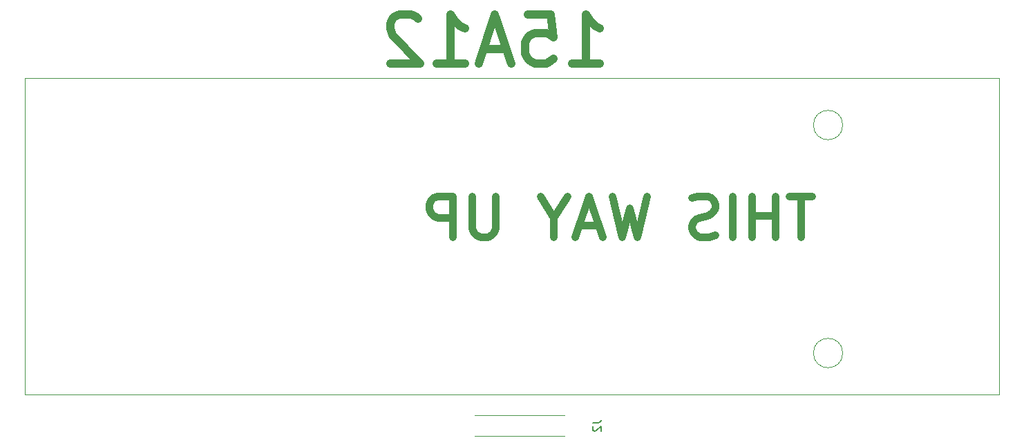
<source format=gbr>
%TF.GenerationSoftware,KiCad,Pcbnew,(6.0.5-0)*%
%TF.CreationDate,2022-06-28T18:21:39+01:00*%
%TF.ProjectId,revised_minh_design,72657669-7365-4645-9f6d-696e685f6465,rev?*%
%TF.SameCoordinates,Original*%
%TF.FileFunction,Legend,Bot*%
%TF.FilePolarity,Positive*%
%FSLAX46Y46*%
G04 Gerber Fmt 4.6, Leading zero omitted, Abs format (unit mm)*
G04 Created by KiCad (PCBNEW (6.0.5-0)) date 2022-06-28 18:21:39*
%MOMM*%
%LPD*%
G01*
G04 APERTURE LIST*
%ADD10C,1.000000*%
%ADD11C,0.900000*%
%ADD12C,0.150000*%
%ADD13C,0.120000*%
G04 APERTURE END LIST*
D10*
X117079571Y-31797285D02*
X120508142Y-31797285D01*
X118793857Y-31797285D02*
X118793857Y-25797285D01*
X119365285Y-26654428D01*
X119936714Y-27225857D01*
X120508142Y-27511571D01*
X111651000Y-25797285D02*
X114508142Y-25797285D01*
X114793857Y-28654428D01*
X114508142Y-28368714D01*
X113936714Y-28083000D01*
X112508142Y-28083000D01*
X111936714Y-28368714D01*
X111651000Y-28654428D01*
X111365285Y-29225857D01*
X111365285Y-30654428D01*
X111651000Y-31225857D01*
X111936714Y-31511571D01*
X112508142Y-31797285D01*
X113936714Y-31797285D01*
X114508142Y-31511571D01*
X114793857Y-31225857D01*
X109079571Y-30083000D02*
X106222428Y-30083000D01*
X109651000Y-31797285D02*
X107651000Y-25797285D01*
X105651000Y-31797285D01*
X100508142Y-31797285D02*
X103936714Y-31797285D01*
X102222428Y-31797285D02*
X102222428Y-25797285D01*
X102793857Y-26654428D01*
X103365285Y-27225857D01*
X103936714Y-27511571D01*
X98222428Y-26368714D02*
X97936714Y-26083000D01*
X97365285Y-25797285D01*
X95936714Y-25797285D01*
X95365285Y-26083000D01*
X95079571Y-26368714D01*
X94793857Y-26940142D01*
X94793857Y-27511571D01*
X95079571Y-28368714D01*
X98508142Y-31797285D01*
X94793857Y-31797285D01*
D11*
X146512809Y-48061904D02*
X143655666Y-48061904D01*
X145084238Y-53061904D02*
X145084238Y-48061904D01*
X141989000Y-53061904D02*
X141989000Y-48061904D01*
X141989000Y-50442857D02*
X139131857Y-50442857D01*
X139131857Y-53061904D02*
X139131857Y-48061904D01*
X136750904Y-53061904D02*
X136750904Y-48061904D01*
X134608047Y-52823809D02*
X133893761Y-53061904D01*
X132703285Y-53061904D01*
X132227095Y-52823809D01*
X131989000Y-52585714D01*
X131750904Y-52109523D01*
X131750904Y-51633333D01*
X131989000Y-51157142D01*
X132227095Y-50919047D01*
X132703285Y-50680952D01*
X133655666Y-50442857D01*
X134131857Y-50204761D01*
X134369952Y-49966666D01*
X134608047Y-49490476D01*
X134608047Y-49014285D01*
X134369952Y-48538095D01*
X134131857Y-48300000D01*
X133655666Y-48061904D01*
X132465190Y-48061904D01*
X131750904Y-48300000D01*
X126274714Y-48061904D02*
X125084238Y-53061904D01*
X124131857Y-49490476D01*
X123179476Y-53061904D01*
X121989000Y-48061904D01*
X120322333Y-51633333D02*
X117941380Y-51633333D01*
X120798523Y-53061904D02*
X119131857Y-48061904D01*
X117465190Y-53061904D01*
X114846142Y-50680952D02*
X114846142Y-53061904D01*
X116512809Y-48061904D02*
X114846142Y-50680952D01*
X113179476Y-48061904D01*
X107703285Y-48061904D02*
X107703285Y-52109523D01*
X107465190Y-52585714D01*
X107227095Y-52823809D01*
X106750904Y-53061904D01*
X105798523Y-53061904D01*
X105322333Y-52823809D01*
X105084238Y-52585714D01*
X104846142Y-52109523D01*
X104846142Y-48061904D01*
X102465190Y-53061904D02*
X102465190Y-48061904D01*
X100560428Y-48061904D01*
X100084238Y-48300000D01*
X99846142Y-48538095D01*
X99608047Y-49014285D01*
X99608047Y-49728571D01*
X99846142Y-50204761D01*
X100084238Y-50442857D01*
X100560428Y-50680952D01*
X102465190Y-50680952D01*
D12*
%TO.C,J2*%
X119626380Y-75866666D02*
X120340666Y-75866666D01*
X120483523Y-75819047D01*
X120578761Y-75723809D01*
X120626380Y-75580952D01*
X120626380Y-75485714D01*
X119721619Y-76295238D02*
X119674000Y-76342857D01*
X119626380Y-76438095D01*
X119626380Y-76676190D01*
X119674000Y-76771428D01*
X119721619Y-76819047D01*
X119816857Y-76866666D01*
X119912095Y-76866666D01*
X120054952Y-76819047D01*
X120626380Y-76247619D01*
X120626380Y-76866666D01*
D13*
%TO.C,U4*%
X169443000Y-33584000D02*
X50043000Y-33584000D01*
X50043000Y-33584000D02*
X50043000Y-72384000D01*
X50043000Y-72384000D02*
X169443000Y-72384000D01*
X169443000Y-72384000D02*
X169443000Y-33584000D01*
X150259051Y-39370000D02*
G75*
G03*
X150259051Y-39370000I-1796051J0D01*
G01*
X150259051Y-67310000D02*
G75*
G03*
X150259051Y-67310000I-1796051J0D01*
G01*
%TO.C,J2*%
X116169000Y-74940000D02*
X105164000Y-74940000D01*
X116169000Y-77460000D02*
X105164000Y-77460000D01*
%TD*%
M02*

</source>
